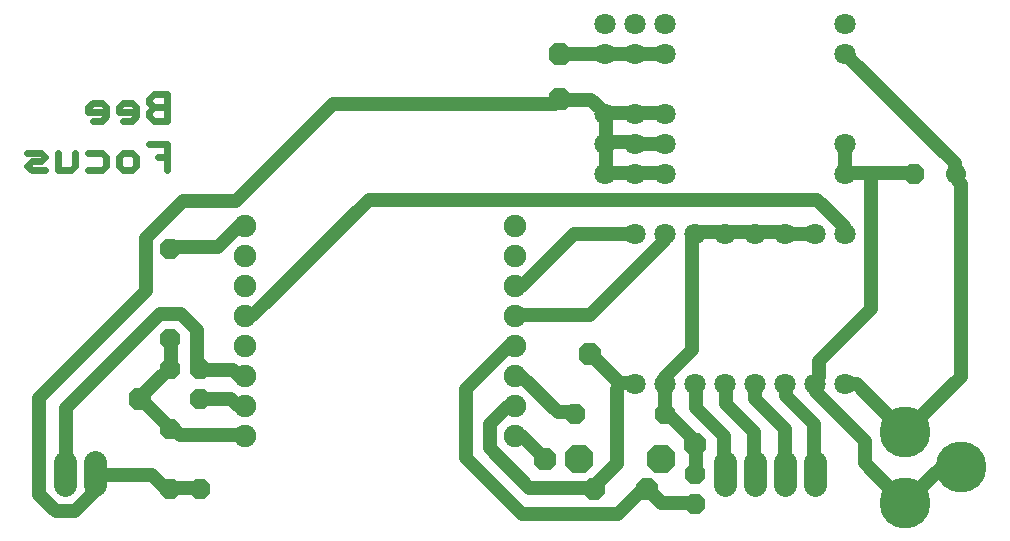
<source format=gbr>
G04 EAGLE Gerber X2 export*
%TF.Part,Single*%
%TF.FileFunction,Copper,L2,Bot,Mixed*%
%TF.FilePolarity,Positive*%
%TF.GenerationSoftware,Autodesk,EAGLE,9.1.0*%
%TF.CreationDate,2019-05-26T14:19:04Z*%
G75*
%MOMM*%
%FSLAX34Y34*%
%LPD*%
%AMOC8*
5,1,8,0,0,1.08239X$1,22.5*%
G01*
%ADD10C,0.558800*%
%ADD11C,1.800000*%
%ADD12C,1.916000*%
%ADD13P,1.853918X8X202.500000*%
%ADD14C,1.712800*%
%ADD15C,4.318000*%
%ADD16P,1.853918X8X112.500000*%
%ADD17P,2.073859X8X22.500000*%
%ADD18P,1.853918X8X22.500000*%
%ADD19P,1.853918X8X292.500000*%
%ADD20C,1.900000*%
%ADD21P,2.056541X8X22.500000*%
%ADD22P,2.597736X8X22.500000*%
%ADD23C,1.200000*%


D10*
X124206Y349594D02*
X124206Y372025D01*
X112990Y372025D01*
X109252Y368287D01*
X109252Y364548D01*
X112990Y360810D01*
X109252Y357071D01*
X109252Y353333D01*
X112990Y349594D01*
X124206Y349594D01*
X124206Y360810D02*
X112990Y360810D01*
X94685Y349594D02*
X87208Y349594D01*
X94685Y349594D02*
X98424Y353333D01*
X98424Y360810D01*
X94685Y364548D01*
X87208Y364548D01*
X83470Y360810D01*
X83470Y357071D01*
X98424Y357071D01*
X68903Y349594D02*
X61426Y349594D01*
X68903Y349594D02*
X72642Y353333D01*
X72642Y360810D01*
X68903Y364548D01*
X61426Y364548D01*
X57688Y360810D01*
X57688Y357071D01*
X72642Y357071D01*
X124206Y330025D02*
X124206Y307594D01*
X124206Y330025D02*
X109252Y330025D01*
X116729Y318810D02*
X124206Y318810D01*
X94685Y307594D02*
X87208Y307594D01*
X83470Y311333D01*
X83470Y318810D01*
X87208Y322548D01*
X94685Y322548D01*
X98424Y318810D01*
X98424Y311333D01*
X94685Y307594D01*
X68903Y322548D02*
X57688Y322548D01*
X68903Y322548D02*
X72642Y318810D01*
X72642Y311333D01*
X68903Y307594D01*
X57688Y307594D01*
X46860Y311333D02*
X46860Y322548D01*
X46860Y311333D02*
X43121Y307594D01*
X31906Y307594D01*
X31906Y322548D01*
X21078Y307594D02*
X9862Y307594D01*
X6124Y311333D01*
X9862Y315071D01*
X17339Y315071D01*
X21078Y318810D01*
X17339Y322548D01*
X6124Y322548D01*
D11*
X698500Y254000D03*
X673100Y254000D03*
X647700Y254000D03*
X622300Y254000D03*
X596900Y254000D03*
X571500Y254000D03*
X546100Y254000D03*
X520700Y254000D03*
X520700Y127000D03*
X546100Y127000D03*
X571500Y127000D03*
X596900Y127000D03*
X622300Y127000D03*
X647700Y127000D03*
X673100Y127000D03*
X698500Y127000D03*
D12*
X673100Y60380D02*
X673100Y41220D01*
X647700Y41220D02*
X647700Y60380D01*
X622300Y60380D02*
X622300Y41220D01*
X596900Y41220D02*
X596900Y60380D01*
X63500Y60380D02*
X63500Y41220D01*
X38100Y41220D02*
X38100Y60380D01*
D13*
X756920Y304800D03*
D14*
X792480Y304800D03*
D15*
X749300Y86200D03*
X749300Y26200D03*
X796300Y56200D03*
D16*
X571500Y25400D03*
X571500Y50800D03*
D17*
X444500Y63500D03*
X457200Y406400D03*
X571500Y76200D03*
D16*
X152400Y38100D03*
X152400Y114300D03*
X127000Y165100D03*
X127000Y241300D03*
D18*
X469900Y101600D03*
X546100Y101600D03*
D17*
X101600Y114300D03*
D19*
X127000Y88900D03*
X127000Y38100D03*
D17*
X482600Y152400D03*
X457200Y368300D03*
D13*
X152400Y139700D03*
X127000Y139700D03*
D11*
X698500Y330200D03*
X698500Y304800D03*
X698500Y431800D03*
X495300Y330200D03*
X495300Y304800D03*
X495300Y406400D03*
X495300Y431800D03*
X698500Y406400D03*
X495300Y355600D03*
X520700Y304800D03*
X520700Y330200D03*
X520700Y355600D03*
X546100Y304800D03*
X546100Y330200D03*
X546100Y355600D03*
X520700Y406400D03*
X520700Y431800D03*
X546100Y431800D03*
X546100Y406400D03*
D20*
X190500Y107950D03*
X190500Y133350D03*
X190500Y158750D03*
X190500Y184150D03*
X190500Y209550D03*
X190500Y234950D03*
X190500Y260350D03*
X419100Y107950D03*
X419100Y133350D03*
X419100Y158750D03*
X419100Y184150D03*
X419100Y209550D03*
X419100Y234950D03*
X419100Y260350D03*
X190500Y82550D03*
X419100Y82550D03*
D21*
X485500Y38100D03*
X530500Y38100D03*
D22*
X543000Y63100D03*
X473000Y63100D03*
D23*
X648750Y116250D02*
X648750Y126250D01*
X648750Y116250D02*
X672500Y92500D01*
X672500Y51250D01*
X648750Y126250D02*
X647700Y127000D01*
X672500Y51250D02*
X673100Y50800D01*
X622500Y113750D02*
X622500Y126250D01*
X622500Y113750D02*
X647500Y88750D01*
X647500Y51250D01*
X622500Y126250D02*
X622300Y127000D01*
X647500Y51250D02*
X647700Y50800D01*
X597500Y110000D02*
X597500Y126250D01*
X597500Y110000D02*
X621250Y86250D01*
X621250Y51250D01*
X597500Y126250D02*
X596900Y127000D01*
X621250Y51250D02*
X622300Y50800D01*
X572500Y106250D02*
X572500Y126250D01*
X572500Y106250D02*
X596250Y82500D01*
X596250Y51250D01*
X572500Y126250D02*
X571500Y127000D01*
X596250Y51250D02*
X596900Y50800D01*
X698750Y126250D02*
X708750Y126250D01*
X748750Y86250D01*
X698750Y126250D02*
X698500Y127000D01*
X748750Y86250D02*
X749300Y86200D01*
X791250Y305000D02*
X791250Y313750D01*
X698750Y406250D01*
X791250Y305000D02*
X792480Y304800D01*
X698750Y406250D02*
X698500Y406400D01*
X796250Y132500D02*
X753750Y90000D01*
X796250Y132500D02*
X796250Y296250D01*
X793750Y298750D01*
X753750Y90000D02*
X749300Y86200D01*
X793750Y298750D02*
X792480Y304800D01*
X545000Y253750D02*
X545000Y247500D01*
X482500Y185000D01*
X420000Y185000D01*
X545000Y253750D02*
X546100Y254000D01*
X420000Y185000D02*
X419100Y184150D01*
X542500Y26250D02*
X571250Y26250D01*
X542500Y26250D02*
X531250Y37500D01*
X571250Y26250D02*
X571500Y25400D01*
X531250Y37500D02*
X530500Y38100D01*
X418750Y158750D02*
X413750Y158750D01*
X377500Y122500D01*
X377500Y63750D01*
X425000Y16250D01*
X506250Y16250D01*
X525000Y35000D01*
X419100Y158750D02*
X418750Y158750D01*
X525000Y35000D02*
X530500Y38100D01*
X520000Y253750D02*
X468750Y253750D01*
X425000Y210000D01*
X420000Y210000D01*
X520000Y253750D02*
X520700Y254000D01*
X420000Y210000D02*
X419100Y209550D01*
X572500Y255000D02*
X596250Y255000D01*
X572500Y255000D02*
X571500Y254000D01*
X596250Y255000D02*
X596900Y254000D01*
X602500Y255000D02*
X621250Y255000D01*
X622300Y254000D01*
X602500Y255000D02*
X596900Y254000D01*
X627500Y255000D02*
X647500Y255000D01*
X647700Y254000D01*
X627500Y255000D02*
X622300Y254000D01*
X653750Y253750D02*
X672500Y253750D01*
X673100Y254000D01*
X653750Y253750D02*
X647700Y254000D01*
X546250Y126250D02*
X546250Y102500D01*
X546100Y101600D01*
X546250Y126250D02*
X546100Y127000D01*
X572500Y75000D02*
X572500Y51250D01*
X571500Y50800D01*
X572500Y75000D02*
X571500Y76200D01*
X568750Y81250D02*
X551250Y98750D01*
X546100Y101600D01*
X568750Y81250D02*
X571500Y76200D01*
X568750Y155000D02*
X568750Y248750D01*
X568750Y155000D02*
X546250Y132500D01*
X568750Y248750D02*
X571500Y254000D01*
X546250Y132500D02*
X546100Y127000D01*
X698750Y305000D02*
X720000Y305000D01*
X756250Y305000D01*
X756920Y304800D01*
X698750Y305000D02*
X698500Y304800D01*
X698750Y310000D02*
X698750Y330000D01*
X698500Y330200D01*
X698750Y310000D02*
X698500Y304800D01*
X673750Y126250D02*
X673750Y120000D01*
X715000Y78750D01*
X715000Y60000D01*
X748750Y26250D01*
X673750Y126250D02*
X673100Y127000D01*
X748750Y26250D02*
X749300Y26200D01*
X720000Y190000D02*
X720000Y300000D01*
X720000Y190000D02*
X676250Y146250D01*
X676250Y132500D01*
X720000Y300000D02*
X720000Y305000D01*
X676250Y132500D02*
X673100Y127000D01*
X778750Y55000D02*
X796250Y55000D01*
X778750Y55000D02*
X753750Y30000D01*
X796250Y55000D02*
X796300Y56200D01*
X753750Y30000D02*
X749300Y26200D01*
X468750Y102500D02*
X455000Y102500D01*
X425000Y132500D01*
X420000Y132500D01*
X468750Y102500D02*
X469900Y101600D01*
X420000Y132500D02*
X419100Y133350D01*
X127500Y140000D02*
X127500Y165000D01*
X127500Y140000D02*
X127000Y139700D01*
X127500Y165000D02*
X127000Y165100D01*
X102500Y113750D02*
X126250Y90000D01*
X127000Y88900D01*
X102500Y113750D02*
X101600Y114300D01*
X135000Y83750D02*
X190000Y83750D01*
X135000Y83750D02*
X132500Y86250D01*
X190000Y83750D02*
X190500Y82550D01*
X132500Y86250D02*
X127000Y88900D01*
X105000Y118750D02*
X122500Y136250D01*
X127000Y139700D01*
X105000Y118750D02*
X101600Y114300D01*
X152500Y138750D02*
X180000Y138750D01*
X185000Y133750D01*
X190000Y133750D01*
X152500Y138750D02*
X152400Y139700D01*
X190000Y133750D02*
X190500Y133350D01*
X38750Y106250D02*
X38750Y51250D01*
X38750Y106250D02*
X118750Y186250D01*
X136250Y186250D01*
X150000Y172500D01*
X150000Y145000D01*
X38750Y51250D02*
X38100Y50800D01*
X152400Y139700D02*
X150000Y145000D01*
X167500Y242500D02*
X127500Y242500D01*
X167500Y242500D02*
X185000Y260000D01*
X190000Y260000D01*
X127500Y242500D02*
X127000Y241300D01*
X190000Y260000D02*
X190500Y260350D01*
X178750Y113750D02*
X152500Y113750D01*
X178750Y113750D02*
X183750Y108750D01*
X190000Y108750D01*
X152500Y113750D02*
X152400Y114300D01*
X190000Y108750D02*
X190500Y107950D01*
X697500Y255000D02*
X697500Y260000D01*
X675000Y282500D01*
X295000Y282500D01*
X197500Y185000D01*
X191250Y185000D01*
X697500Y255000D02*
X698500Y254000D01*
X191250Y185000D02*
X190500Y184150D01*
X507500Y127500D02*
X520000Y127500D01*
X507500Y127500D02*
X483750Y151250D01*
X520000Y127500D02*
X520700Y127000D01*
X483750Y151250D02*
X482600Y152400D01*
X418750Y107500D02*
X412500Y107500D01*
X397500Y92500D01*
X397500Y72500D01*
X431250Y38750D01*
X485000Y38750D01*
X418750Y107500D02*
X419100Y107950D01*
X485000Y38750D02*
X485500Y38100D01*
X505000Y58750D02*
X505000Y122500D01*
X505000Y58750D02*
X488750Y42500D01*
X505000Y122500D02*
X507500Y127500D01*
X488750Y42500D02*
X485500Y38100D01*
X425000Y82500D02*
X420000Y82500D01*
X425000Y82500D02*
X443750Y63750D01*
X420000Y82500D02*
X419100Y82550D01*
X443750Y63750D02*
X444500Y63500D01*
X151250Y38750D02*
X127500Y38750D01*
X127000Y38100D01*
X151250Y38750D02*
X152400Y38100D01*
X111250Y50000D02*
X63750Y50000D01*
X111250Y50000D02*
X121250Y40000D01*
X63750Y50000D02*
X63500Y50800D01*
X121250Y40000D02*
X127000Y38100D01*
X496250Y305000D02*
X520000Y305000D01*
X496250Y305000D02*
X495300Y304800D01*
X520000Y305000D02*
X520700Y304800D01*
X496250Y310000D02*
X496250Y330000D01*
X495300Y330200D01*
X496250Y310000D02*
X495300Y304800D01*
X502500Y331250D02*
X520000Y331250D01*
X520700Y330200D01*
X502500Y331250D02*
X495300Y330200D01*
X496250Y336250D02*
X496250Y355000D01*
X495300Y355600D01*
X496250Y336250D02*
X495300Y330200D01*
X526250Y305000D02*
X545000Y305000D01*
X546100Y304800D01*
X526250Y305000D02*
X520700Y304800D01*
X483750Y367500D02*
X457500Y367500D01*
X483750Y367500D02*
X491250Y360000D01*
X457500Y367500D02*
X457200Y368300D01*
X491250Y360000D02*
X495300Y355600D01*
X63750Y43750D02*
X63750Y36250D01*
X46250Y18750D01*
X30000Y18750D01*
X16250Y32500D01*
X16250Y115000D01*
X106250Y205000D01*
X106250Y250000D01*
X137500Y281250D01*
X182500Y281250D01*
X265000Y363750D01*
X452500Y363750D01*
X63500Y50800D02*
X63750Y43750D01*
X452500Y363750D02*
X457200Y368300D01*
X526250Y330000D02*
X545000Y330000D01*
X546100Y330200D01*
X526250Y330000D02*
X520700Y330200D01*
X520000Y356250D02*
X501250Y356250D01*
X520000Y356250D02*
X520700Y355600D01*
X501250Y356250D02*
X495300Y355600D01*
X526250Y356250D02*
X545000Y356250D01*
X546100Y355600D01*
X526250Y356250D02*
X520700Y355600D01*
X520000Y406250D02*
X496250Y406250D01*
X495300Y406400D01*
X520000Y406250D02*
X520700Y406400D01*
X490000Y406250D02*
X457500Y406250D01*
X457200Y406400D01*
X490000Y406250D02*
X495300Y406400D01*
X526250Y406250D02*
X545000Y406250D01*
X546100Y406400D01*
X526250Y406250D02*
X520700Y406400D01*
M02*

</source>
